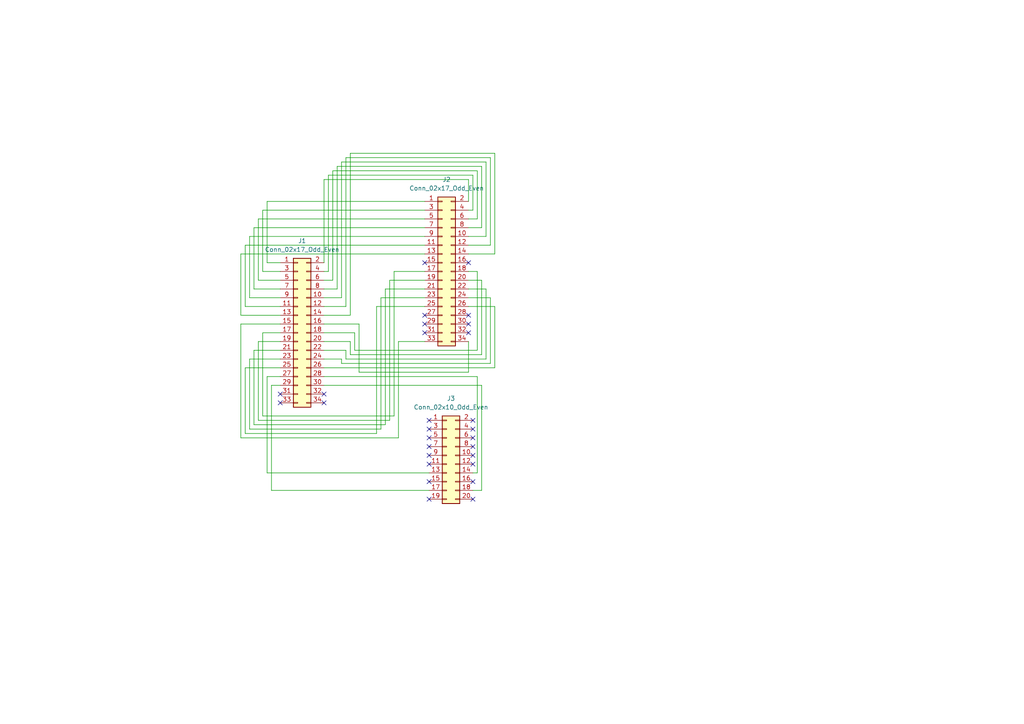
<source format=kicad_sch>
(kicad_sch (version 20230121) (generator eeschema)
  (paper "A4")
  (lib_symbols
    (symbol "Connector_Generic:Conn_02x10_Odd_Even" (pin_names (offset 1.016) hide)
      (property "Reference" "J" (at 1.27 12.7 0))
      (property "Value" "Conn_02x10_Odd_Even" (at 1.27 -15.24 0))
      (symbol "Conn_02x10_Odd_Even_1_1"
        (rectangle (start -1.27 -12.573) (end 0 -12.827) (stroke (width 0.1524)))
        (rectangle (start -1.27 -10.033) (end 0 -10.287) (stroke (width 0.1524)))
        (rectangle (start -1.27 -7.493) (end 0 -7.747) (stroke (width 0.1524)))
        (rectangle (start -1.27 -4.953) (end 0 -5.207) (stroke (width 0.1524)))
        (rectangle (start -1.27 -2.413) (end 0 -2.667) (stroke (width 0.1524)))
        (rectangle (start -1.27 0.127) (end 0 -0.127) (stroke (width 0.1524)))
        (rectangle (start -1.27 2.667) (end 0 2.413) (stroke (width 0.1524)))
        (rectangle (start -1.27 5.207) (end 0 4.953) (stroke (width 0.1524)))
        (rectangle (start -1.27 7.747) (end 0 7.493) (stroke (width 0.1524)))
        (rectangle (start -1.27 10.287) (end 0 10.033) (stroke (width 0.1524)))
        (rectangle (start -1.27 11.43) (end 3.81 -13.97) (stroke (width 0.254)) (fill (type background)))
        (rectangle (start 3.81 -12.573) (end 2.54 -12.827) (stroke (width 0.1524)))
        (rectangle (start 3.81 -10.033) (end 2.54 -10.287) (stroke (width 0.1524)))
        (rectangle (start 3.81 -7.493) (end 2.54 -7.747) (stroke (width 0.1524)))
        (rectangle (start 3.81 -4.953) (end 2.54 -5.207) (stroke (width 0.1524)))
        (rectangle (start 3.81 -2.413) (end 2.54 -2.667) (stroke (width 0.1524)))
        (rectangle (start 3.81 0.127) (end 2.54 -0.127) (stroke (width 0.1524)))
        (rectangle (start 3.81 2.667) (end 2.54 2.413) (stroke (width 0.1524)))
        (rectangle (start 3.81 5.207) (end 2.54 4.953) (stroke (width 0.1524)))
        (rectangle (start 3.81 7.747) (end 2.54 7.493) (stroke (width 0.1524)))
        (rectangle (start 3.81 10.287) (end 2.54 10.033) (stroke (width 0.1524)))
        (pin passive line (at -5.08 10.16 0) (length 3.81) (name "Pin_1") (number "1"))
        (pin passive line (at 7.62 0 180) (length 3.81) (name "Pin_10") (number "10"))
        (pin passive line (at -5.08 -2.54 0) (length 3.81) (name "Pin_11") (number "11"))
        (pin passive line (at 7.62 -2.54 180) (length 3.81) (name "Pin_12") (number "12"))
        (pin passive line (at -5.08 -5.08 0) (length 3.81) (name "Pin_13") (number "13"))
        (pin passive line (at 7.62 -5.08 180) (length 3.81) (name "Pin_14") (number "14"))
        (pin passive line (at -5.08 -7.62 0) (length 3.81) (name "Pin_15") (number "15"))
        (pin passive line (at 7.62 -7.62 180) (length 3.81) (name "Pin_16") (number "16"))
        (pin passive line (at -5.08 -10.16 0) (length 3.81) (name "Pin_17") (number "17"))
        (pin passive line (at 7.62 -10.16 180) (length 3.81) (name "Pin_18") (number "18"))
        (pin passive line (at -5.08 -12.7 0) (length 3.81) (name "Pin_19") (number "19"))
        (pin passive line (at 7.62 10.16 180) (length 3.81) (name "Pin_2") (number "2"))
        (pin passive line (at 7.62 -12.7 180) (length 3.81) (name "Pin_20") (number "20"))
        (pin passive line (at -5.08 7.62 0) (length 3.81) (name "Pin_3") (number "3"))
        (pin passive line (at 7.62 7.62 180) (length 3.81) (name "Pin_4") (number "4"))
        (pin passive line (at -5.08 5.08 0) (length 3.81) (name "Pin_5") (number "5"))
        (pin passive line (at 7.62 5.08 180) (length 3.81) (name "Pin_6") (number "6"))
        (pin passive line (at -5.08 2.54 0) (length 3.81) (name "Pin_7") (number "7"))
        (pin passive line (at 7.62 2.54 180) (length 3.81) (name "Pin_8") (number "8"))
        (pin passive line (at -5.08 0 0) (length 3.81) (name "Pin_9") (number "9"))
      )
    )
    (symbol "Connector_Generic:Conn_02x17_Odd_Even" (pin_names (offset 1.016) hide)
      (property "Reference" "J" (at 1.27 22.86 0))
      (property "Value" "Conn_02x17_Odd_Even" (at 1.27 -22.86 0))
      (symbol "Conn_02x17_Odd_Even_1_1"
        (rectangle (start -1.27 -20.193) (end 0 -20.447) (stroke (width 0.1524)))
        (rectangle (start -1.27 -17.653) (end 0 -17.907) (stroke (width 0.1524)))
        (rectangle (start -1.27 -15.113) (end 0 -15.367) (stroke (width 0.1524)))
        (rectangle (start -1.27 -12.573) (end 0 -12.827) (stroke (width 0.1524)))
        (rectangle (start -1.27 -10.033) (end 0 -10.287) (stroke (width 0.1524)))
        (rectangle (start -1.27 -7.493) (end 0 -7.747) (stroke (width 0.1524)))
        (rectangle (start -1.27 -4.953) (end 0 -5.207) (stroke (width 0.1524)))
        (rectangle (start -1.27 -2.413) (end 0 -2.667) (stroke (width 0.1524)))
        (rectangle (start -1.27 0.127) (end 0 -0.127) (stroke (width 0.1524)))
        (rectangle (start -1.27 2.667) (end 0 2.413) (stroke (width 0.1524)))
        (rectangle (start -1.27 5.207) (end 0 4.953) (stroke (width 0.1524)))
        (rectangle (start -1.27 7.747) (end 0 7.493) (stroke (width 0.1524)))
        (rectangle (start -1.27 10.287) (end 0 10.033) (stroke (width 0.1524)))
        (rectangle (start -1.27 12.827) (end 0 12.573) (stroke (width 0.1524)))
        (rectangle (start -1.27 15.367) (end 0 15.113) (stroke (width 0.1524)))
        (rectangle (start -1.27 17.907) (end 0 17.653) (stroke (width 0.1524)))
        (rectangle (start -1.27 20.447) (end 0 20.193) (stroke (width 0.1524)))
        (rectangle (start -1.27 21.59) (end 3.81 -21.59) (stroke (width 0.254)) (fill (type background)))
        (rectangle (start 3.81 -20.193) (end 2.54 -20.447) (stroke (width 0.1524)))
        (rectangle (start 3.81 -17.653) (end 2.54 -17.907) (stroke (width 0.1524)))
        (rectangle (start 3.81 -15.113) (end 2.54 -15.367) (stroke (width 0.1524)))
        (rectangle (start 3.81 -12.573) (end 2.54 -12.827) (stroke (width 0.1524)))
        (rectangle (start 3.81 -10.033) (end 2.54 -10.287) (stroke (width 0.1524)))
        (rectangle (start 3.81 -7.493) (end 2.54 -7.747) (stroke (width 0.1524)))
        (rectangle (start 3.81 -4.953) (end 2.54 -5.207) (stroke (width 0.1524)))
        (rectangle (start 3.81 -2.413) (end 2.54 -2.667) (stroke (width 0.1524)))
        (rectangle (start 3.81 0.127) (end 2.54 -0.127) (stroke (width 0.1524)))
        (rectangle (start 3.81 2.667) (end 2.54 2.413) (stroke (width 0.1524)))
        (rectangle (start 3.81 5.207) (end 2.54 4.953) (stroke (width 0.1524)))
        (rectangle (start 3.81 7.747) (end 2.54 7.493) (stroke (width 0.1524)))
        (rectangle (start 3.81 10.287) (end 2.54 10.033) (stroke (width 0.1524)))
        (rectangle (start 3.81 12.827) (end 2.54 12.573) (stroke (width 0.1524)))
        (rectangle (start 3.81 15.367) (end 2.54 15.113) (stroke (width 0.1524)))
        (rectangle (start 3.81 17.907) (end 2.54 17.653) (stroke (width 0.1524)))
        (rectangle (start 3.81 20.447) (end 2.54 20.193) (stroke (width 0.1524)))
        (pin passive line (at -5.08 20.32 0) (length 3.81) (name "Pin_1") (number "1"))
        (pin passive line (at 7.62 10.16 180) (length 3.81) (name "Pin_10") (number "10"))
        (pin passive line (at -5.08 7.62 0) (length 3.81) (name "Pin_11") (number "11"))
        (pin passive line (at 7.62 7.62 180) (length 3.81) (name "Pin_12") (number "12"))
        (pin passive line (at -5.08 5.08 0) (length 3.81) (name "Pin_13") (number "13"))
        (pin passive line (at 7.62 5.08 180) (length 3.81) (name "Pin_14") (number "14"))
        (pin passive line (at -5.08 2.54 0) (length 3.81) (name "Pin_15") (number "15"))
        (pin passive line (at 7.62 2.54 180) (length 3.81) (name "Pin_16") (number "16"))
        (pin passive line (at -5.08 0 0) (length 3.81) (name "Pin_17") (number "17"))
        (pin passive line (at 7.62 0 180) (length 3.81) (name "Pin_18") (number "18"))
        (pin passive line (at -5.08 -2.54 0) (length 3.81) (name "Pin_19") (number "19"))
        (pin passive line (at 7.62 20.32 180) (length 3.81) (name "Pin_2") (number "2"))
        (pin passive line (at 7.62 -2.54 180) (length 3.81) (name "Pin_20") (number "20"))
        (pin passive line (at -5.08 -5.08 0) (length 3.81) (name "Pin_21") (number "21"))
        (pin passive line (at 7.62 -5.08 180) (length 3.81) (name "Pin_22") (number "22"))
        (pin passive line (at -5.08 -7.62 0) (length 3.81) (name "Pin_23") (number "23"))
        (pin passive line (at 7.62 -7.62 180) (length 3.81) (name "Pin_24") (number "24"))
        (pin passive line (at -5.08 -10.16 0) (length 3.81) (name "Pin_25") (number "25"))
        (pin passive line (at 7.62 -10.16 180) (length 3.81) (name "Pin_26") (number "26"))
        (pin passive line (at -5.08 -12.7 0) (length 3.81) (name "Pin_27") (number "27"))
        (pin passive line (at 7.62 -12.7 180) (length 3.81) (name "Pin_28") (number "28"))
        (pin passive line (at -5.08 -15.24 0) (length 3.81) (name "Pin_29") (number "29"))
        (pin passive line (at -5.08 17.78 0) (length 3.81) (name "Pin_3") (number "3"))
        (pin passive line (at 7.62 -15.24 180) (length 3.81) (name "Pin_30") (number "30"))
        (pin passive line (at -5.08 -17.78 0) (length 3.81) (name "Pin_31") (number "31"))
        (pin passive line (at 7.62 -17.78 180) (length 3.81) (name "Pin_32") (number "32"))
        (pin passive line (at -5.08 -20.32 0) (length 3.81) (name "Pin_33") (number "33"))
        (pin passive line (at 7.62 -20.32 180) (length 3.81) (name "Pin_34") (number "34"))
        (pin passive line (at 7.62 17.78 180) (length 3.81) (name "Pin_4") (number "4"))
        (pin passive line (at -5.08 15.24 0) (length 3.81) (name "Pin_5") (number "5"))
        (pin passive line (at 7.62 15.24 180) (length 3.81) (name "Pin_6") (number "6"))
        (pin passive line (at -5.08 12.7 0) (length 3.81) (name "Pin_7") (number "7"))
        (pin passive line (at 7.62 12.7 180) (length 3.81) (name "Pin_8") (number "8"))
        (pin passive line (at -5.08 10.16 0) (length 3.81) (name "Pin_9") (number "9"))
      )
    )
  )
  (no_connect (at 124.46 129.54))
  (no_connect (at 93.98 116.84))
  (no_connect (at 135.89 91.44))
  (no_connect (at 124.46 121.92))
  (no_connect (at 123.19 96.52))
  (no_connect (at 123.19 76.2))
  (no_connect (at 137.16 132.08))
  (no_connect (at 123.19 91.44))
  (no_connect (at 137.16 139.7))
  (no_connect (at 124.46 127))
  (no_connect (at 124.46 132.08))
  (no_connect (at 81.28 116.84))
  (no_connect (at 135.89 76.2))
  (no_connect (at 135.89 93.98))
  (no_connect (at 137.16 121.92))
  (no_connect (at 124.46 139.7))
  (no_connect (at 93.98 114.3))
  (no_connect (at 124.46 134.62))
  (no_connect (at 137.16 129.54))
  (no_connect (at 137.16 134.62))
  (no_connect (at 137.16 144.78))
  (no_connect (at 123.19 93.98))
  (no_connect (at 135.89 96.52))
  (no_connect (at 124.46 144.78))
  (no_connect (at 124.46 124.46))
  (no_connect (at 137.16 127))
  (no_connect (at 81.28 114.3))
  (no_connect (at 137.16 124.46))
  (wire (pts (xy 115.57 127) (xy 115.57 99.06)))
  (wire (pts (xy 78.74 111.76) (xy 78.74 142.24)))
  (wire (pts (xy 97.79 83.82) (xy 93.98 83.82)))
  (wire (pts (xy 138.43 63.5) (xy 138.43 49.53)))
  (wire (pts (xy 93.98 99.06) (xy 101.6 99.06)))
  (wire (pts (xy 143.51 44.45) (xy 101.6 44.45)))
  (wire (pts (xy 99.06 46.99) (xy 99.06 86.36)))
  (wire (pts (xy 69.85 73.66) (xy 69.85 91.44)))
  (wire (pts (xy 135.89 52.07) (xy 93.98 52.07)))
  (wire (pts (xy 93.98 96.52) (xy 102.87 96.52)))
  (wire (pts (xy 139.7 48.26) (xy 97.79 48.26)))
  (wire (pts (xy 72.39 86.36) (xy 81.28 86.36)))
  (wire (pts (xy 100.33 88.9) (xy 93.98 88.9)))
  (wire (pts (xy 139.7 81.28) (xy 139.7 102.87)))
  (wire (pts (xy 123.19 86.36) (xy 110.49 86.36)))
  (wire (pts (xy 96.52 49.53) (xy 96.52 81.28)))
  (wire (pts (xy 138.43 137.16) (xy 137.16 137.16)))
  (wire (pts (xy 69.85 91.44) (xy 81.28 91.44)))
  (wire (pts (xy 93.98 101.6) (xy 100.33 101.6)))
  (wire (pts (xy 73.66 101.6) (xy 81.28 101.6)))
  (wire (pts (xy 76.2 120.65) (xy 76.2 96.52)))
  (wire (pts (xy 140.97 68.58) (xy 140.97 46.99)))
  (wire (pts (xy 114.3 120.65) (xy 76.2 120.65)))
  (wire (pts (xy 110.49 124.46) (xy 72.39 124.46)))
  (wire (pts (xy 123.19 63.5) (xy 74.93 63.5)))
  (wire (pts (xy 76.2 60.96) (xy 76.2 78.74)))
  (wire (pts (xy 69.85 93.98) (xy 69.85 127)))
  (wire (pts (xy 97.79 48.26) (xy 97.79 83.82)))
  (wire (pts (xy 135.89 63.5) (xy 138.43 63.5)))
  (wire (pts (xy 123.19 68.58) (xy 72.39 68.58)))
  (wire (pts (xy 140.97 104.14) (xy 100.33 104.14)))
  (wire (pts (xy 109.22 88.9) (xy 109.22 125.73)))
  (wire (pts (xy 113.03 81.28) (xy 113.03 121.92)))
  (wire (pts (xy 102.87 101.6) (xy 102.87 96.52)))
  (wire (pts (xy 139.7 102.87) (xy 101.6 102.87)))
  (wire (pts (xy 139.7 66.04) (xy 139.7 48.26)))
  (wire (pts (xy 123.19 58.42) (xy 77.47 58.42)))
  (wire (pts (xy 142.24 45.72) (xy 100.33 45.72)))
  (wire (pts (xy 93.98 52.07) (xy 93.98 76.2)))
  (wire (pts (xy 76.2 96.52) (xy 81.28 96.52)))
  (wire (pts (xy 72.39 124.46) (xy 72.39 104.14)))
  (wire (pts (xy 135.89 107.95) (xy 135.89 99.06)))
  (wire (pts (xy 77.47 76.2) (xy 81.28 76.2)))
  (wire (pts (xy 77.47 109.22) (xy 77.47 137.16)))
  (wire (pts (xy 104.14 93.98) (xy 104.14 107.95)))
  (wire (pts (xy 71.12 88.9) (xy 81.28 88.9)))
  (wire (pts (xy 69.85 127) (xy 115.57 127)))
  (wire (pts (xy 135.89 88.9) (xy 143.51 88.9)))
  (wire (pts (xy 123.19 81.28) (xy 113.03 81.28)))
  (wire (pts (xy 138.43 78.74) (xy 138.43 101.6)))
  (wire (pts (xy 135.89 86.36) (xy 142.24 86.36)))
  (wire (pts (xy 74.93 121.92) (xy 74.93 99.06)))
  (wire (pts (xy 109.22 125.73) (xy 71.12 125.73)))
  (wire (pts (xy 135.89 71.12) (xy 142.24 71.12)))
  (wire (pts (xy 142.24 71.12) (xy 142.24 45.72)))
  (wire (pts (xy 104.14 107.95) (xy 135.89 107.95)))
  (wire (pts (xy 74.93 99.06) (xy 81.28 99.06)))
  (wire (pts (xy 93.98 93.98) (xy 104.14 93.98)))
  (wire (pts (xy 72.39 68.58) (xy 72.39 86.36)))
  (wire (pts (xy 135.89 68.58) (xy 140.97 68.58)))
  (wire (pts (xy 76.2 78.74) (xy 81.28 78.74)))
  (wire (pts (xy 78.74 142.24) (xy 124.46 142.24)))
  (wire (pts (xy 73.66 66.04) (xy 73.66 83.82)))
  (wire (pts (xy 73.66 83.82) (xy 81.28 83.82)))
  (wire (pts (xy 100.33 45.72) (xy 100.33 88.9)))
  (wire (pts (xy 115.57 99.06) (xy 123.19 99.06)))
  (wire (pts (xy 135.89 60.96) (xy 137.16 60.96)))
  (wire (pts (xy 135.89 81.28) (xy 139.7 81.28)))
  (wire (pts (xy 135.89 66.04) (xy 139.7 66.04)))
  (wire (pts (xy 77.47 58.42) (xy 77.47 76.2)))
  (wire (pts (xy 139.7 142.24) (xy 137.16 142.24)))
  (wire (pts (xy 123.19 73.66) (xy 69.85 73.66)))
  (wire (pts (xy 71.12 106.68) (xy 81.28 106.68)))
  (wire (pts (xy 142.24 105.41) (xy 99.06 105.41)))
  (wire (pts (xy 71.12 71.12) (xy 71.12 88.9)))
  (wire (pts (xy 102.87 101.6) (xy 138.43 101.6)))
  (wire (pts (xy 77.47 137.16) (xy 124.46 137.16)))
  (wire (pts (xy 111.76 83.82) (xy 111.76 123.19)))
  (wire (pts (xy 140.97 46.99) (xy 99.06 46.99)))
  (wire (pts (xy 123.19 60.96) (xy 76.2 60.96)))
  (wire (pts (xy 93.98 109.22) (xy 138.43 109.22)))
  (wire (pts (xy 72.39 104.14) (xy 81.28 104.14)))
  (wire (pts (xy 139.7 111.76) (xy 139.7 142.24)))
  (wire (pts (xy 135.89 73.66) (xy 143.51 73.66)))
  (wire (pts (xy 123.19 78.74) (xy 114.3 78.74)))
  (wire (pts (xy 135.89 83.82) (xy 140.97 83.82)))
  (wire (pts (xy 101.6 91.44) (xy 93.98 91.44)))
  (wire (pts (xy 123.19 66.04) (xy 73.66 66.04)))
  (wire (pts (xy 100.33 104.14) (xy 100.33 101.6)))
  (wire (pts (xy 143.51 88.9) (xy 143.51 106.68)))
  (wire (pts (xy 101.6 44.45) (xy 101.6 91.44)))
  (wire (pts (xy 135.89 78.74) (xy 138.43 78.74)))
  (wire (pts (xy 96.52 81.28) (xy 93.98 81.28)))
  (wire (pts (xy 101.6 102.87) (xy 101.6 99.06)))
  (wire (pts (xy 81.28 109.22) (xy 77.47 109.22)))
  (wire (pts (xy 137.16 60.96) (xy 137.16 50.8)))
  (wire (pts (xy 138.43 49.53) (xy 96.52 49.53)))
  (wire (pts (xy 123.19 83.82) (xy 111.76 83.82)))
  (wire (pts (xy 99.06 105.41) (xy 99.06 104.14)))
  (wire (pts (xy 114.3 78.74) (xy 114.3 120.65)))
  (wire (pts (xy 110.49 86.36) (xy 110.49 124.46)))
  (wire (pts (xy 74.93 81.28) (xy 81.28 81.28)))
  (wire (pts (xy 111.76 123.19) (xy 73.66 123.19)))
  (wire (pts (xy 81.28 111.76) (xy 78.74 111.76)))
  (wire (pts (xy 135.89 58.42) (xy 135.89 52.07)))
  (wire (pts (xy 95.25 78.74) (xy 93.98 78.74)))
  (wire (pts (xy 99.06 86.36) (xy 93.98 86.36)))
  (wire (pts (xy 123.19 71.12) (xy 71.12 71.12)))
  (wire (pts (xy 71.12 125.73) (xy 71.12 106.68)))
  (wire (pts (xy 143.51 73.66) (xy 143.51 44.45)))
  (wire (pts (xy 142.24 86.36) (xy 142.24 105.41)))
  (wire (pts (xy 137.16 50.8) (xy 95.25 50.8)))
  (wire (pts (xy 113.03 121.92) (xy 74.93 121.92)))
  (wire (pts (xy 93.98 106.68) (xy 143.51 106.68)))
  (wire (pts (xy 95.25 50.8) (xy 95.25 78.74)))
  (wire (pts (xy 73.66 123.19) (xy 73.66 101.6)))
  (wire (pts (xy 74.93 63.5) (xy 74.93 81.28)))
  (wire (pts (xy 93.98 111.76) (xy 139.7 111.76)))
  (wire (pts (xy 123.19 88.9) (xy 109.22 88.9)))
  (wire (pts (xy 81.28 93.98) (xy 69.85 93.98)))
  (wire (pts (xy 138.43 109.22) (xy 138.43 137.16)))
  (wire (pts (xy 93.98 104.14) (xy 99.06 104.14)))
  (wire (pts (xy 140.97 83.82) (xy 140.97 104.14)))
  (symbol (lib_id "Connector_Generic:Conn_02x17_Odd_Even") (at 128.27 78.74 0) (unit 1)
    (property "Reference" "J2" (at 129.54 52.07 0))
    (property "Value" "Conn_02x17_Odd_Even" (at 129.54 54.61 0))
    (property "Footprint" "Connector_IDC:IDC-Header_2x17_P2.54mm_Vertical" (effects hide))
  )
  (symbol (lib_id "Connector_Generic:Conn_02x10_Odd_Even") (at 129.54 132.08 0) (unit 1)
    (property "Reference" "J3" (at 130.81 115.57 0))
    (property "Value" "Conn_02x10_Odd_Even" (at 130.81 118.11 0))
    (property "Footprint" "Connector_IDC:IDC-Header_2x10_P2.54mm_Vertical" (effects hide))
  )
  (symbol (lib_id "Connector_Generic:Conn_02x17_Odd_Even") (at 86.36 96.52 0) (unit 1)
    (property "Reference" "J1" (at 87.63 69.85 0))
    (property "Value" "Conn_02x17_Odd_Even" (at 87.63 72.39 0))
    (property "Footprint" "Connector_IDC:IDC-Header_2x17_P2.54mm_Vertical" (effects hide))
  )
)
</source>
